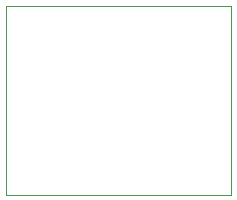
<source format=gbr>
%TF.GenerationSoftware,Altium Limited,Altium Designer,20.1.8 (145)*%
G04 Layer_Color=65280*
%FSLAX45Y45*%
%MOMM*%
%TF.SameCoordinates,CA905C98-E8E4-4B69-B290-3362CF0B177B*%
%TF.FilePolarity,Positive*%
%TF.FileFunction,Other,Board*%
%TF.Part,Single*%
G01*
G75*
%TA.AperFunction,NonConductor*%
%ADD32C,0.10160*%
D32*
X0Y0D02*
Y1600000D01*
X1900000D01*
Y0D02*
Y1600000D01*
X0Y0D02*
X1900000D01*
%TF.MD5,d17dddf3dd30c7301266042d6763aeea*%
M02*

</source>
